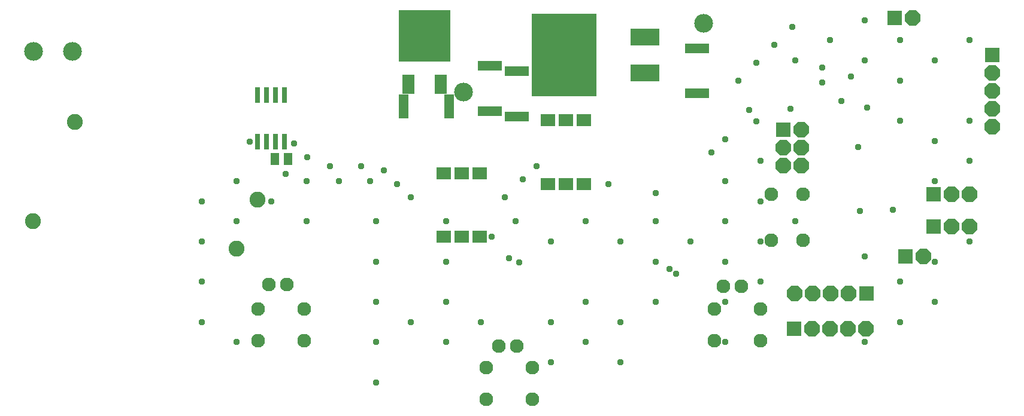
<source format=gbr>
G04 GENERATED BY PULSONIX 8.5 GERBER.DLL 5907*
G04 #@! TF.Part,Single*
%FSLAX35Y35*%
%LPD*%
%MOMM*%
G04 #@! TF.FileFunction,Soldermask,Bot*
G04 #@! TA.AperFunction,ViaPad*
%ADD106C,0.95400*%
G04 #@! TA.AperFunction,ComponentPad*
%ADD107C,2.25400*%
%ADD119C,2.65400*%
G04 #@! TA.AperFunction,SMDPad*
%ADD122R,1.15400X1.65400*%
G04 #@! TA.AperFunction,ComponentPad*
%ADD129C,1.95400*%
%ADD137R,2.15900X2.15900*%
%AMT138*0 Octagon pad*4,1,8,0.44714,1.07950,-0.44714,1.07950,-1.07950,0.44714,-1.07950,-0.44714,-0.44714,-1.07950,0.44714,-1.07950,1.07950,-0.44714,1.07950,0.44714,0.44714,1.07950,0*%
%ADD138T138*%
G04 #@! TA.AperFunction,SMDPad*
%ADD139R,2.05400X1.75400*%
%ADD141R,7.25400X7.25400*%
%ADD142R,1.75400X2.75400*%
%ADD427R,0.80400X2.20400*%
%ADD428R,9.15400X11.65400*%
%ADD429R,4.05400X2.35400*%
%ADD468R,3.45400X1.45400*%
%ADD481R,1.45400X3.45400*%
X0Y0D02*
D02*
D106*
X2905034Y1345250D03*
Y1915250D03*
Y2485250D03*
Y3055250D03*
X3398668Y1060250D03*
Y2770250D03*
Y3340250D03*
X3586395Y3896500D03*
X3892302Y3055250D03*
X4090758Y3442750D03*
X4207508Y3873000D03*
X4385936Y2770250D03*
Y3340250D03*
X4398008Y3682500D03*
X4715508Y3555500D03*
X4842508Y3340250D03*
X5160008Y3555500D03*
X5287008Y3340250D03*
X5373204Y490250D03*
Y1060250D03*
Y1630250D03*
Y2200250D03*
Y2770250D03*
X5477508Y3492000D03*
X5668008Y3301500D03*
X5858508Y3111000D03*
X5866838Y1345250D03*
X6360472Y1060250D03*
Y1630250D03*
Y2200250D03*
Y2770250D03*
X6854106Y1345250D03*
X7001508Y2551500D03*
X7192008Y3111000D03*
X7249883Y2252125D03*
X7347740Y2770250D03*
X7395030Y2188625D03*
X7446008Y3365000D03*
X7636508Y3555500D03*
X7841374Y775250D03*
Y1345250D03*
Y2485250D03*
X8335008Y1060250D03*
Y1630250D03*
Y2770250D03*
X8652508Y3301500D03*
X8828642Y775250D03*
Y1345250D03*
Y2485250D03*
X9322276Y1630250D03*
Y2200250D03*
Y2770250D03*
Y3174500D03*
X9520008Y2093375D03*
X9615258Y2029875D03*
X9815910Y2485250D03*
X10113008Y3746000D03*
X10309544Y1060250D03*
Y1630250D03*
Y2200250D03*
Y2770250D03*
Y3340250D03*
Y3936500D03*
X10494008Y4762000D03*
X10647133Y4347625D03*
X10748008Y4190500D03*
Y5016000D03*
X10803178Y1915250D03*
Y2485250D03*
Y3055250D03*
Y3625250D03*
X11002008Y5270000D03*
X11234508Y4363500D03*
X11256008Y5524000D03*
X11296812Y2770250D03*
Y5050250D03*
X11679008Y4742000D03*
Y4950875D03*
X11790446Y5335250D03*
X11948883Y4474625D03*
X12081508Y4825500D03*
X12187008Y3823750D03*
X12208508Y2920500D03*
X12282258Y2276500D03*
X12284080Y1060250D03*
Y5050250D03*
Y5620250D03*
X12314008Y4379375D03*
X12679133Y2934750D03*
X12777714Y1345250D03*
Y1915250D03*
Y4195250D03*
Y4765250D03*
Y5335250D03*
X13271348Y1630250D03*
Y2200250D03*
Y3340250D03*
Y3910250D03*
Y5050250D03*
X13764982Y2485250D03*
Y3625250D03*
Y4195250D03*
Y5335250D03*
D02*
D107*
X520564Y2772099D03*
X1116038Y4174948D03*
X3396496Y2381317D03*
X3693452Y3080901D03*
D02*
D119*
X532008Y5176500D03*
X1082008D03*
X6607008Y4601500D03*
X10007008Y5576500D03*
D02*
D122*
X3936758Y3651500D03*
X4127258D03*
D02*
D129*
X3707008Y1076500D03*
Y1526500D03*
X3855008Y1876500D03*
X4109008D03*
X4357008Y1076500D03*
Y1526500D03*
X6932008Y251500D03*
Y701500D03*
X7105008Y1001500D03*
X7359008D03*
X7582008Y251500D03*
Y701500D03*
X10157008Y1076500D03*
Y1526500D03*
X10280008Y1851500D03*
X10534008D03*
X10807008Y1076500D03*
Y1526500D03*
X10957008Y2501500D03*
Y3151500D03*
X11407008Y2501500D03*
Y3151500D03*
D02*
D137*
X11132008Y4068500D03*
X11282008Y1251500D03*
X12307008Y1751500D03*
X12707008Y5651500D03*
X12857008Y2276500D03*
X13257008Y2701500D03*
Y3151500D03*
X14082008Y5126500D03*
D02*
D138*
X11132008Y3560500D03*
Y3814500D03*
X11291008Y1751500D03*
X11386008Y3560500D03*
Y3814500D03*
Y4068500D03*
X11536008Y1251500D03*
X11545008Y1751500D03*
X11790008Y1251500D03*
X11799008Y1751500D03*
X12044008Y1251500D03*
X12053008Y1751500D03*
X12298008Y1251500D03*
X12961008Y5651500D03*
X13111008Y2276500D03*
X13511008Y2701500D03*
Y3151500D03*
X13765008Y2701500D03*
Y3151500D03*
X14082008Y4110500D03*
Y4364500D03*
Y4618500D03*
Y4872500D03*
D02*
D139*
X6328008Y2551500D03*
Y3451500D03*
X6582008Y2551500D03*
Y3451500D03*
X6836008Y2551500D03*
Y3451500D03*
X7803008Y3301500D03*
Y4201500D03*
X8057008Y3301500D03*
Y4201500D03*
X8311008Y3301500D03*
Y4201500D03*
D02*
D141*
X6057008Y5401500D03*
D02*
D142*
X5827008Y4711500D03*
X6287008D03*
D02*
D427*
X3691508Y3896500D03*
Y4556500D03*
X3818508Y3896500D03*
Y4556500D03*
X3945508Y3896500D03*
Y4556500D03*
X4072508Y3896500D03*
Y4556500D03*
D02*
D428*
X8032008Y5126500D03*
D02*
D429*
X9177008Y4872500D03*
Y5380500D03*
D02*
D468*
X6982008Y4331500D03*
Y4971500D03*
X7357008Y4256500D03*
Y4896500D03*
X9907008Y4581500D03*
Y5221500D03*
D02*
D481*
X5762008Y4401500D03*
X6402008D03*
X0Y0D02*
M02*

</source>
